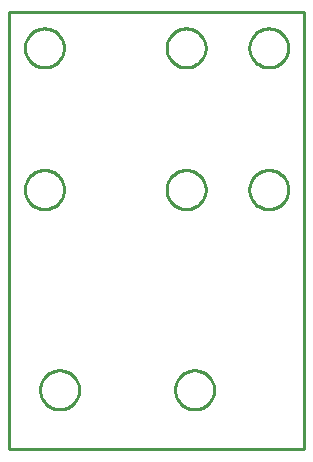
<source format=gbr>
G04 EAGLE Gerber RS-274X export*
G75*
%MOMM*%
%FSLAX34Y34*%
%LPD*%
%IN*%
%IPPOS*%
%AMOC8*
5,1,8,0,0,1.08239X$1,22.5*%
G01*
%ADD10C,0.254000*%


D10*
X0Y0D02*
X250000Y0D01*
X250000Y370000D01*
X0Y370000D01*
X0Y0D01*
X140650Y51040D02*
X140721Y52118D01*
X140862Y53189D01*
X141072Y54249D01*
X141352Y55292D01*
X141699Y56315D01*
X142113Y57313D01*
X142591Y58282D01*
X143131Y59218D01*
X143731Y60116D01*
X144389Y60973D01*
X145101Y61785D01*
X145865Y62549D01*
X146677Y63262D01*
X147534Y63919D01*
X148432Y64519D01*
X149368Y65060D01*
X150337Y65537D01*
X151335Y65951D01*
X152358Y66298D01*
X153401Y66578D01*
X154461Y66788D01*
X155532Y66929D01*
X156610Y67000D01*
X157690Y67000D01*
X158768Y66929D01*
X159839Y66788D01*
X160899Y66578D01*
X161942Y66298D01*
X162965Y65951D01*
X163963Y65537D01*
X164932Y65060D01*
X165868Y64519D01*
X166766Y63919D01*
X167623Y63262D01*
X168435Y62549D01*
X169199Y61785D01*
X169912Y60973D01*
X170569Y60116D01*
X171169Y59218D01*
X171710Y58282D01*
X172187Y57313D01*
X172601Y56315D01*
X172948Y55292D01*
X173228Y54249D01*
X173438Y53189D01*
X173579Y52118D01*
X173650Y51040D01*
X173650Y49960D01*
X173579Y48882D01*
X173438Y47811D01*
X173228Y46751D01*
X172948Y45708D01*
X172601Y44685D01*
X172187Y43687D01*
X171710Y42718D01*
X171169Y41782D01*
X170569Y40884D01*
X169912Y40027D01*
X169199Y39215D01*
X168435Y38451D01*
X167623Y37739D01*
X166766Y37081D01*
X165868Y36481D01*
X164932Y35941D01*
X163963Y35463D01*
X162965Y35049D01*
X161942Y34702D01*
X160899Y34422D01*
X159839Y34212D01*
X158768Y34071D01*
X157690Y34000D01*
X156610Y34000D01*
X155532Y34071D01*
X154461Y34212D01*
X153401Y34422D01*
X152358Y34702D01*
X151335Y35049D01*
X150337Y35463D01*
X149368Y35941D01*
X148432Y36481D01*
X147534Y37081D01*
X146677Y37739D01*
X145865Y38451D01*
X145101Y39215D01*
X144389Y40027D01*
X143731Y40884D01*
X143131Y41782D01*
X142591Y42718D01*
X142113Y43687D01*
X141699Y44685D01*
X141352Y45708D01*
X141072Y46751D01*
X140862Y47811D01*
X140721Y48882D01*
X140650Y49960D01*
X140650Y51040D01*
X26350Y51040D02*
X26421Y52118D01*
X26562Y53189D01*
X26772Y54249D01*
X27052Y55292D01*
X27399Y56315D01*
X27813Y57313D01*
X28291Y58282D01*
X28831Y59218D01*
X29431Y60116D01*
X30089Y60973D01*
X30801Y61785D01*
X31565Y62549D01*
X32377Y63262D01*
X33234Y63919D01*
X34132Y64519D01*
X35068Y65060D01*
X36037Y65537D01*
X37035Y65951D01*
X38058Y66298D01*
X39101Y66578D01*
X40161Y66788D01*
X41232Y66929D01*
X42310Y67000D01*
X43390Y67000D01*
X44468Y66929D01*
X45539Y66788D01*
X46599Y66578D01*
X47642Y66298D01*
X48665Y65951D01*
X49663Y65537D01*
X50632Y65060D01*
X51568Y64519D01*
X52466Y63919D01*
X53323Y63262D01*
X54135Y62549D01*
X54899Y61785D01*
X55612Y60973D01*
X56269Y60116D01*
X56869Y59218D01*
X57410Y58282D01*
X57887Y57313D01*
X58301Y56315D01*
X58648Y55292D01*
X58928Y54249D01*
X59138Y53189D01*
X59279Y52118D01*
X59350Y51040D01*
X59350Y49960D01*
X59279Y48882D01*
X59138Y47811D01*
X58928Y46751D01*
X58648Y45708D01*
X58301Y44685D01*
X57887Y43687D01*
X57410Y42718D01*
X56869Y41782D01*
X56269Y40884D01*
X55612Y40027D01*
X54899Y39215D01*
X54135Y38451D01*
X53323Y37739D01*
X52466Y37081D01*
X51568Y36481D01*
X50632Y35941D01*
X49663Y35463D01*
X48665Y35049D01*
X47642Y34702D01*
X46599Y34422D01*
X45539Y34212D01*
X44468Y34071D01*
X43390Y34000D01*
X42310Y34000D01*
X41232Y34071D01*
X40161Y34212D01*
X39101Y34422D01*
X38058Y34702D01*
X37035Y35049D01*
X36037Y35463D01*
X35068Y35941D01*
X34132Y36481D01*
X33234Y37081D01*
X32377Y37739D01*
X31565Y38451D01*
X30801Y39215D01*
X30089Y40027D01*
X29431Y40884D01*
X28831Y41782D01*
X28291Y42718D01*
X27813Y43687D01*
X27399Y44685D01*
X27052Y45708D01*
X26772Y46751D01*
X26562Y47811D01*
X26421Y48882D01*
X26350Y49960D01*
X26350Y51040D01*
X46510Y339460D02*
X46439Y338381D01*
X46298Y337309D01*
X46087Y336249D01*
X45808Y335205D01*
X45460Y334181D01*
X45046Y333183D01*
X44568Y332213D01*
X44028Y331277D01*
X43427Y330378D01*
X42769Y329521D01*
X42057Y328708D01*
X41292Y327944D01*
X40479Y327231D01*
X39622Y326573D01*
X38723Y325972D01*
X37787Y325432D01*
X36817Y324954D01*
X35819Y324540D01*
X34795Y324192D01*
X33751Y323913D01*
X32691Y323702D01*
X31619Y323561D01*
X30540Y323490D01*
X29460Y323490D01*
X28381Y323561D01*
X27309Y323702D01*
X26249Y323913D01*
X25205Y324192D01*
X24181Y324540D01*
X23183Y324954D01*
X22213Y325432D01*
X21277Y325972D01*
X20378Y326573D01*
X19521Y327231D01*
X18708Y327944D01*
X17944Y328708D01*
X17231Y329521D01*
X16573Y330378D01*
X15972Y331277D01*
X15432Y332213D01*
X14954Y333183D01*
X14540Y334181D01*
X14192Y335205D01*
X13913Y336249D01*
X13702Y337309D01*
X13561Y338381D01*
X13490Y339460D01*
X13490Y340540D01*
X13561Y341619D01*
X13702Y342691D01*
X13913Y343751D01*
X14192Y344795D01*
X14540Y345819D01*
X14954Y346817D01*
X15432Y347787D01*
X15972Y348723D01*
X16573Y349622D01*
X17231Y350479D01*
X17944Y351292D01*
X18708Y352057D01*
X19521Y352769D01*
X20378Y353427D01*
X21277Y354028D01*
X22213Y354568D01*
X23183Y355046D01*
X24181Y355460D01*
X25205Y355808D01*
X26249Y356087D01*
X27309Y356298D01*
X28381Y356439D01*
X29460Y356510D01*
X30540Y356510D01*
X31619Y356439D01*
X32691Y356298D01*
X33751Y356087D01*
X34795Y355808D01*
X35819Y355460D01*
X36817Y355046D01*
X37787Y354568D01*
X38723Y354028D01*
X39622Y353427D01*
X40479Y352769D01*
X41292Y352057D01*
X42057Y351292D01*
X42769Y350479D01*
X43427Y349622D01*
X44028Y348723D01*
X44568Y347787D01*
X45046Y346817D01*
X45460Y345819D01*
X45808Y344795D01*
X46087Y343751D01*
X46298Y342691D01*
X46439Y341619D01*
X46510Y340540D01*
X46510Y339460D01*
X166510Y339460D02*
X166439Y338381D01*
X166298Y337309D01*
X166087Y336249D01*
X165808Y335205D01*
X165460Y334181D01*
X165046Y333183D01*
X164568Y332213D01*
X164028Y331277D01*
X163427Y330378D01*
X162769Y329521D01*
X162057Y328708D01*
X161292Y327944D01*
X160479Y327231D01*
X159622Y326573D01*
X158723Y325972D01*
X157787Y325432D01*
X156817Y324954D01*
X155819Y324540D01*
X154795Y324192D01*
X153751Y323913D01*
X152691Y323702D01*
X151619Y323561D01*
X150540Y323490D01*
X149460Y323490D01*
X148381Y323561D01*
X147309Y323702D01*
X146249Y323913D01*
X145205Y324192D01*
X144181Y324540D01*
X143183Y324954D01*
X142213Y325432D01*
X141277Y325972D01*
X140378Y326573D01*
X139521Y327231D01*
X138708Y327944D01*
X137944Y328708D01*
X137231Y329521D01*
X136573Y330378D01*
X135972Y331277D01*
X135432Y332213D01*
X134954Y333183D01*
X134540Y334181D01*
X134192Y335205D01*
X133913Y336249D01*
X133702Y337309D01*
X133561Y338381D01*
X133490Y339460D01*
X133490Y340540D01*
X133561Y341619D01*
X133702Y342691D01*
X133913Y343751D01*
X134192Y344795D01*
X134540Y345819D01*
X134954Y346817D01*
X135432Y347787D01*
X135972Y348723D01*
X136573Y349622D01*
X137231Y350479D01*
X137944Y351292D01*
X138708Y352057D01*
X139521Y352769D01*
X140378Y353427D01*
X141277Y354028D01*
X142213Y354568D01*
X143183Y355046D01*
X144181Y355460D01*
X145205Y355808D01*
X146249Y356087D01*
X147309Y356298D01*
X148381Y356439D01*
X149460Y356510D01*
X150540Y356510D01*
X151619Y356439D01*
X152691Y356298D01*
X153751Y356087D01*
X154795Y355808D01*
X155819Y355460D01*
X156817Y355046D01*
X157787Y354568D01*
X158723Y354028D01*
X159622Y353427D01*
X160479Y352769D01*
X161292Y352057D01*
X162057Y351292D01*
X162769Y350479D01*
X163427Y349622D01*
X164028Y348723D01*
X164568Y347787D01*
X165046Y346817D01*
X165460Y345819D01*
X165808Y344795D01*
X166087Y343751D01*
X166298Y342691D01*
X166439Y341619D01*
X166510Y340540D01*
X166510Y339460D01*
X46510Y219460D02*
X46439Y218381D01*
X46298Y217309D01*
X46087Y216249D01*
X45808Y215205D01*
X45460Y214181D01*
X45046Y213183D01*
X44568Y212213D01*
X44028Y211277D01*
X43427Y210378D01*
X42769Y209521D01*
X42057Y208708D01*
X41292Y207944D01*
X40479Y207231D01*
X39622Y206573D01*
X38723Y205972D01*
X37787Y205432D01*
X36817Y204954D01*
X35819Y204540D01*
X34795Y204192D01*
X33751Y203913D01*
X32691Y203702D01*
X31619Y203561D01*
X30540Y203490D01*
X29460Y203490D01*
X28381Y203561D01*
X27309Y203702D01*
X26249Y203913D01*
X25205Y204192D01*
X24181Y204540D01*
X23183Y204954D01*
X22213Y205432D01*
X21277Y205972D01*
X20378Y206573D01*
X19521Y207231D01*
X18708Y207944D01*
X17944Y208708D01*
X17231Y209521D01*
X16573Y210378D01*
X15972Y211277D01*
X15432Y212213D01*
X14954Y213183D01*
X14540Y214181D01*
X14192Y215205D01*
X13913Y216249D01*
X13702Y217309D01*
X13561Y218381D01*
X13490Y219460D01*
X13490Y220540D01*
X13561Y221619D01*
X13702Y222691D01*
X13913Y223751D01*
X14192Y224795D01*
X14540Y225819D01*
X14954Y226817D01*
X15432Y227787D01*
X15972Y228723D01*
X16573Y229622D01*
X17231Y230479D01*
X17944Y231292D01*
X18708Y232057D01*
X19521Y232769D01*
X20378Y233427D01*
X21277Y234028D01*
X22213Y234568D01*
X23183Y235046D01*
X24181Y235460D01*
X25205Y235808D01*
X26249Y236087D01*
X27309Y236298D01*
X28381Y236439D01*
X29460Y236510D01*
X30540Y236510D01*
X31619Y236439D01*
X32691Y236298D01*
X33751Y236087D01*
X34795Y235808D01*
X35819Y235460D01*
X36817Y235046D01*
X37787Y234568D01*
X38723Y234028D01*
X39622Y233427D01*
X40479Y232769D01*
X41292Y232057D01*
X42057Y231292D01*
X42769Y230479D01*
X43427Y229622D01*
X44028Y228723D01*
X44568Y227787D01*
X45046Y226817D01*
X45460Y225819D01*
X45808Y224795D01*
X46087Y223751D01*
X46298Y222691D01*
X46439Y221619D01*
X46510Y220540D01*
X46510Y219460D01*
X166510Y219460D02*
X166439Y218381D01*
X166298Y217309D01*
X166087Y216249D01*
X165808Y215205D01*
X165460Y214181D01*
X165046Y213183D01*
X164568Y212213D01*
X164028Y211277D01*
X163427Y210378D01*
X162769Y209521D01*
X162057Y208708D01*
X161292Y207944D01*
X160479Y207231D01*
X159622Y206573D01*
X158723Y205972D01*
X157787Y205432D01*
X156817Y204954D01*
X155819Y204540D01*
X154795Y204192D01*
X153751Y203913D01*
X152691Y203702D01*
X151619Y203561D01*
X150540Y203490D01*
X149460Y203490D01*
X148381Y203561D01*
X147309Y203702D01*
X146249Y203913D01*
X145205Y204192D01*
X144181Y204540D01*
X143183Y204954D01*
X142213Y205432D01*
X141277Y205972D01*
X140378Y206573D01*
X139521Y207231D01*
X138708Y207944D01*
X137944Y208708D01*
X137231Y209521D01*
X136573Y210378D01*
X135972Y211277D01*
X135432Y212213D01*
X134954Y213183D01*
X134540Y214181D01*
X134192Y215205D01*
X133913Y216249D01*
X133702Y217309D01*
X133561Y218381D01*
X133490Y219460D01*
X133490Y220540D01*
X133561Y221619D01*
X133702Y222691D01*
X133913Y223751D01*
X134192Y224795D01*
X134540Y225819D01*
X134954Y226817D01*
X135432Y227787D01*
X135972Y228723D01*
X136573Y229622D01*
X137231Y230479D01*
X137944Y231292D01*
X138708Y232057D01*
X139521Y232769D01*
X140378Y233427D01*
X141277Y234028D01*
X142213Y234568D01*
X143183Y235046D01*
X144181Y235460D01*
X145205Y235808D01*
X146249Y236087D01*
X147309Y236298D01*
X148381Y236439D01*
X149460Y236510D01*
X150540Y236510D01*
X151619Y236439D01*
X152691Y236298D01*
X153751Y236087D01*
X154795Y235808D01*
X155819Y235460D01*
X156817Y235046D01*
X157787Y234568D01*
X158723Y234028D01*
X159622Y233427D01*
X160479Y232769D01*
X161292Y232057D01*
X162057Y231292D01*
X162769Y230479D01*
X163427Y229622D01*
X164028Y228723D01*
X164568Y227787D01*
X165046Y226817D01*
X165460Y225819D01*
X165808Y224795D01*
X166087Y223751D01*
X166298Y222691D01*
X166439Y221619D01*
X166510Y220540D01*
X166510Y219460D01*
X236510Y339460D02*
X236439Y338381D01*
X236298Y337309D01*
X236087Y336249D01*
X235808Y335205D01*
X235460Y334181D01*
X235046Y333183D01*
X234568Y332213D01*
X234028Y331277D01*
X233427Y330378D01*
X232769Y329521D01*
X232057Y328708D01*
X231292Y327944D01*
X230479Y327231D01*
X229622Y326573D01*
X228723Y325972D01*
X227787Y325432D01*
X226817Y324954D01*
X225819Y324540D01*
X224795Y324192D01*
X223751Y323913D01*
X222691Y323702D01*
X221619Y323561D01*
X220540Y323490D01*
X219460Y323490D01*
X218381Y323561D01*
X217309Y323702D01*
X216249Y323913D01*
X215205Y324192D01*
X214181Y324540D01*
X213183Y324954D01*
X212213Y325432D01*
X211277Y325972D01*
X210378Y326573D01*
X209521Y327231D01*
X208708Y327944D01*
X207944Y328708D01*
X207231Y329521D01*
X206573Y330378D01*
X205972Y331277D01*
X205432Y332213D01*
X204954Y333183D01*
X204540Y334181D01*
X204192Y335205D01*
X203913Y336249D01*
X203702Y337309D01*
X203561Y338381D01*
X203490Y339460D01*
X203490Y340540D01*
X203561Y341619D01*
X203702Y342691D01*
X203913Y343751D01*
X204192Y344795D01*
X204540Y345819D01*
X204954Y346817D01*
X205432Y347787D01*
X205972Y348723D01*
X206573Y349622D01*
X207231Y350479D01*
X207944Y351292D01*
X208708Y352057D01*
X209521Y352769D01*
X210378Y353427D01*
X211277Y354028D01*
X212213Y354568D01*
X213183Y355046D01*
X214181Y355460D01*
X215205Y355808D01*
X216249Y356087D01*
X217309Y356298D01*
X218381Y356439D01*
X219460Y356510D01*
X220540Y356510D01*
X221619Y356439D01*
X222691Y356298D01*
X223751Y356087D01*
X224795Y355808D01*
X225819Y355460D01*
X226817Y355046D01*
X227787Y354568D01*
X228723Y354028D01*
X229622Y353427D01*
X230479Y352769D01*
X231292Y352057D01*
X232057Y351292D01*
X232769Y350479D01*
X233427Y349622D01*
X234028Y348723D01*
X234568Y347787D01*
X235046Y346817D01*
X235460Y345819D01*
X235808Y344795D01*
X236087Y343751D01*
X236298Y342691D01*
X236439Y341619D01*
X236510Y340540D01*
X236510Y339460D01*
X236510Y219460D02*
X236439Y218381D01*
X236298Y217309D01*
X236087Y216249D01*
X235808Y215205D01*
X235460Y214181D01*
X235046Y213183D01*
X234568Y212213D01*
X234028Y211277D01*
X233427Y210378D01*
X232769Y209521D01*
X232057Y208708D01*
X231292Y207944D01*
X230479Y207231D01*
X229622Y206573D01*
X228723Y205972D01*
X227787Y205432D01*
X226817Y204954D01*
X225819Y204540D01*
X224795Y204192D01*
X223751Y203913D01*
X222691Y203702D01*
X221619Y203561D01*
X220540Y203490D01*
X219460Y203490D01*
X218381Y203561D01*
X217309Y203702D01*
X216249Y203913D01*
X215205Y204192D01*
X214181Y204540D01*
X213183Y204954D01*
X212213Y205432D01*
X211277Y205972D01*
X210378Y206573D01*
X209521Y207231D01*
X208708Y207944D01*
X207944Y208708D01*
X207231Y209521D01*
X206573Y210378D01*
X205972Y211277D01*
X205432Y212213D01*
X204954Y213183D01*
X204540Y214181D01*
X204192Y215205D01*
X203913Y216249D01*
X203702Y217309D01*
X203561Y218381D01*
X203490Y219460D01*
X203490Y220540D01*
X203561Y221619D01*
X203702Y222691D01*
X203913Y223751D01*
X204192Y224795D01*
X204540Y225819D01*
X204954Y226817D01*
X205432Y227787D01*
X205972Y228723D01*
X206573Y229622D01*
X207231Y230479D01*
X207944Y231292D01*
X208708Y232057D01*
X209521Y232769D01*
X210378Y233427D01*
X211277Y234028D01*
X212213Y234568D01*
X213183Y235046D01*
X214181Y235460D01*
X215205Y235808D01*
X216249Y236087D01*
X217309Y236298D01*
X218381Y236439D01*
X219460Y236510D01*
X220540Y236510D01*
X221619Y236439D01*
X222691Y236298D01*
X223751Y236087D01*
X224795Y235808D01*
X225819Y235460D01*
X226817Y235046D01*
X227787Y234568D01*
X228723Y234028D01*
X229622Y233427D01*
X230479Y232769D01*
X231292Y232057D01*
X232057Y231292D01*
X232769Y230479D01*
X233427Y229622D01*
X234028Y228723D01*
X234568Y227787D01*
X235046Y226817D01*
X235460Y225819D01*
X235808Y224795D01*
X236087Y223751D01*
X236298Y222691D01*
X236439Y221619D01*
X236510Y220540D01*
X236510Y219460D01*
M02*

</source>
